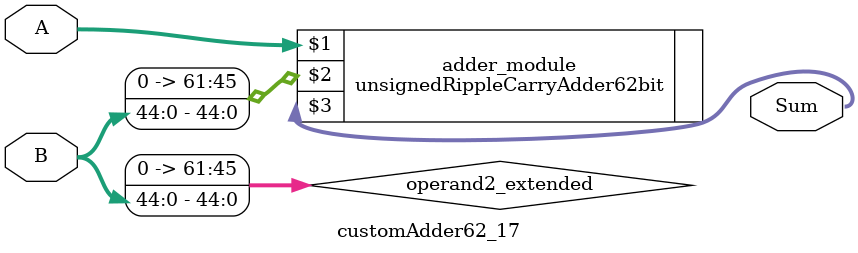
<source format=v>
module customAdder62_17(
                        input [61 : 0] A,
                        input [44 : 0] B,
                        
                        output [62 : 0] Sum
                );

        wire [61 : 0] operand2_extended;
        
        assign operand2_extended =  {17'b0, B};
        
        unsignedRippleCarryAdder62bit adder_module(
            A,
            operand2_extended,
            Sum
        );
        
        endmodule
        
</source>
